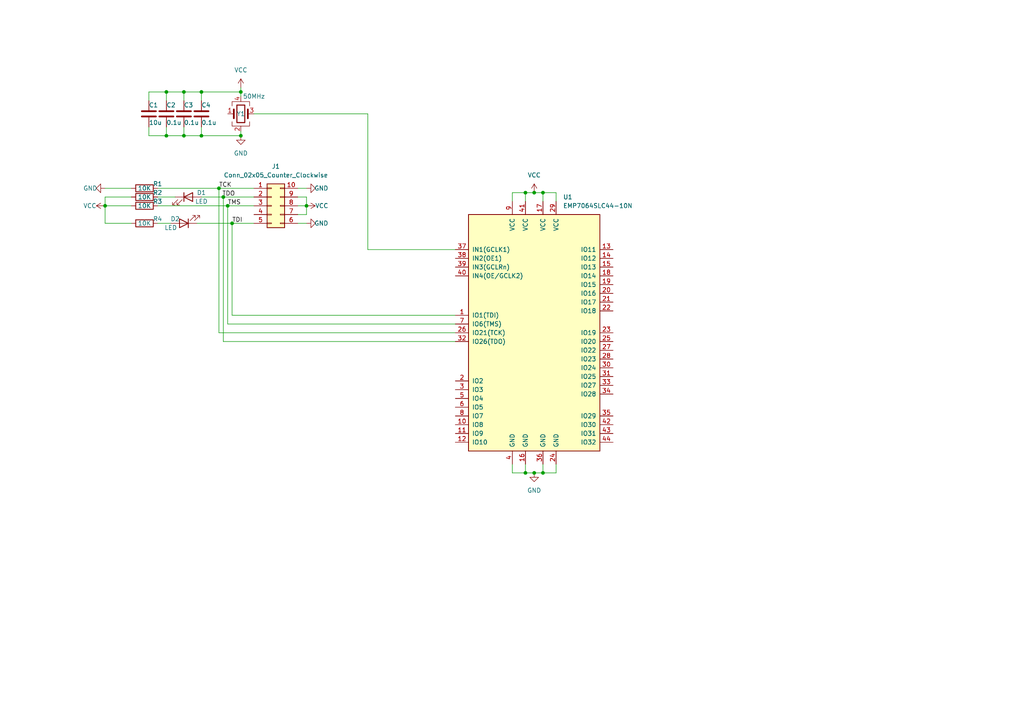
<source format=kicad_sch>
(kicad_sch (version 20230121) (generator eeschema)

  (uuid 499efe1e-bee1-4cb4-9c3f-b4122dd0ea2d)

  (paper "A4")

  (lib_symbols
    (symbol "Altera_CPLD:EMP7064SLC44-10N" (pin_names (offset 1.016)) (in_bom yes) (on_board yes)
      (property "Reference" "U" (at 0 12.7 0)
        (effects (font (size 1.27 1.27)) (justify left))
      )
      (property "Value" "EMP7064SLC44-10N" (at -8.89 10.16 0)
        (effects (font (size 1.27 1.27)) (justify left))
      )
      (property "Footprint" "Package_LCC:PLCC-44_THT-Socket" (at 0 0 0)
        (effects (font (size 1.27 1.27) italic) hide)
      )
      (property "Datasheet" "" (at 0 0 0)
        (effects (font (size 1.27 1.27)) hide)
      )
      (property "ki_description" "TQFP44" (at 0 0 0)
        (effects (font (size 1.27 1.27)) hide)
      )
      (property "ki_fp_filters" "TQFP*" (at 0 0 0)
        (effects (font (size 1.27 1.27)) hide)
      )
      (symbol "EMP7064SLC44-10N_0_0"
        (pin passive line (at -2.54 38.1 270) (length 3.81)
          (name "VCC" (effects (font (size 1.27 1.27))))
          (number "41" (effects (font (size 1.27 1.27))))
        )
        (pin bidirectional line (at 22.86 -26.67 180) (length 3.81)
          (name "IO30" (effects (font (size 1.27 1.27))))
          (number "42" (effects (font (size 1.27 1.27))))
        )
        (pin bidirectional line (at 22.86 -29.21 180) (length 3.81)
          (name "IO31" (effects (font (size 1.27 1.27))))
          (number "43" (effects (font (size 1.27 1.27))))
        )
        (pin bidirectional line (at 22.86 -31.75 180) (length 3.81)
          (name "IO32" (effects (font (size 1.27 1.27))))
          (number "44" (effects (font (size 1.27 1.27))))
        )
      )
      (symbol "EMP7064SLC44-10N_0_1"
        (rectangle (start -19.05 -34.29) (end 19.05 34.29)
          (stroke (width 0.254) (type default))
          (fill (type background))
        )
      )
      (symbol "EMP7064SLC44-10N_1_1"
        (pin bidirectional line (at -22.86 5.08 0) (length 3.81)
          (name "IO1(TDI)" (effects (font (size 1.27 1.27))))
          (number "1" (effects (font (size 1.27 1.27))))
        )
        (pin bidirectional line (at -22.86 -26.67 0) (length 3.81)
          (name "IO8" (effects (font (size 1.27 1.27))))
          (number "10" (effects (font (size 1.27 1.27))))
        )
        (pin bidirectional line (at -22.86 -29.21 0) (length 3.81)
          (name "IO9" (effects (font (size 1.27 1.27))))
          (number "11" (effects (font (size 1.27 1.27))))
        )
        (pin bidirectional line (at -22.86 -31.75 0) (length 3.81)
          (name "IO10" (effects (font (size 1.27 1.27))))
          (number "12" (effects (font (size 1.27 1.27))))
        )
        (pin bidirectional line (at 22.86 24.13 180) (length 3.81)
          (name "IO11" (effects (font (size 1.27 1.27))))
          (number "13" (effects (font (size 1.27 1.27))))
        )
        (pin bidirectional line (at 22.86 21.59 180) (length 3.81)
          (name "IO12" (effects (font (size 1.27 1.27))))
          (number "14" (effects (font (size 1.27 1.27))))
        )
        (pin bidirectional line (at 22.86 19.05 180) (length 3.81)
          (name "IO13" (effects (font (size 1.27 1.27))))
          (number "15" (effects (font (size 1.27 1.27))))
        )
        (pin power_in line (at -2.54 -38.1 90) (length 3.81)
          (name "GND" (effects (font (size 1.27 1.27))))
          (number "16" (effects (font (size 1.27 1.27))))
        )
        (pin power_in line (at 2.54 38.1 270) (length 3.81)
          (name "VCC" (effects (font (size 1.27 1.27))))
          (number "17" (effects (font (size 1.27 1.27))))
        )
        (pin bidirectional line (at 22.86 16.51 180) (length 3.81)
          (name "IO14" (effects (font (size 1.27 1.27))))
          (number "18" (effects (font (size 1.27 1.27))))
        )
        (pin bidirectional line (at 22.86 13.97 180) (length 3.81)
          (name "IO15" (effects (font (size 1.27 1.27))))
          (number "19" (effects (font (size 1.27 1.27))))
        )
        (pin bidirectional line (at -22.86 -13.97 0) (length 3.81)
          (name "IO2" (effects (font (size 1.27 1.27))))
          (number "2" (effects (font (size 1.27 1.27))))
        )
        (pin bidirectional line (at 22.86 11.43 180) (length 3.81)
          (name "IO16" (effects (font (size 1.27 1.27))))
          (number "20" (effects (font (size 1.27 1.27))))
        )
        (pin bidirectional line (at 22.86 8.89 180) (length 3.81)
          (name "IO17" (effects (font (size 1.27 1.27))))
          (number "21" (effects (font (size 1.27 1.27))))
        )
        (pin bidirectional line (at 22.86 6.35 180) (length 3.81)
          (name "IO18" (effects (font (size 1.27 1.27))))
          (number "22" (effects (font (size 1.27 1.27))))
        )
        (pin bidirectional line (at 22.86 0 180) (length 3.81)
          (name "IO19" (effects (font (size 1.27 1.27))))
          (number "23" (effects (font (size 1.27 1.27))))
        )
        (pin power_in line (at 6.35 -38.1 90) (length 3.81)
          (name "GND" (effects (font (size 1.27 1.27))))
          (number "24" (effects (font (size 1.27 1.27))))
        )
        (pin bidirectional line (at 22.86 -2.54 180) (length 3.81)
          (name "IO20" (effects (font (size 1.27 1.27))))
          (number "25" (effects (font (size 1.27 1.27))))
        )
        (pin bidirectional line (at -22.86 0 0) (length 3.81)
          (name "IO21(TCK)" (effects (font (size 1.27 1.27))))
          (number "26" (effects (font (size 1.27 1.27))))
        )
        (pin bidirectional line (at 22.86 -5.08 180) (length 3.81)
          (name "IO22" (effects (font (size 1.27 1.27))))
          (number "27" (effects (font (size 1.27 1.27))))
        )
        (pin bidirectional line (at 22.86 -7.62 180) (length 3.81)
          (name "IO23" (effects (font (size 1.27 1.27))))
          (number "28" (effects (font (size 1.27 1.27))))
        )
        (pin power_in line (at 6.35 38.1 270) (length 3.81)
          (name "VCC" (effects (font (size 1.27 1.27))))
          (number "29" (effects (font (size 1.27 1.27))))
        )
        (pin bidirectional line (at -22.86 -16.51 0) (length 3.81)
          (name "IO3" (effects (font (size 1.27 1.27))))
          (number "3" (effects (font (size 1.27 1.27))))
        )
        (pin bidirectional line (at 22.86 -10.16 180) (length 3.81)
          (name "IO24" (effects (font (size 1.27 1.27))))
          (number "30" (effects (font (size 1.27 1.27))))
        )
        (pin bidirectional line (at 22.86 -12.7 180) (length 3.81)
          (name "IO25" (effects (font (size 1.27 1.27))))
          (number "31" (effects (font (size 1.27 1.27))))
        )
        (pin bidirectional line (at -22.86 -2.54 0) (length 3.81)
          (name "IO26(TDO)" (effects (font (size 1.27 1.27))))
          (number "32" (effects (font (size 1.27 1.27))))
        )
        (pin bidirectional line (at 22.86 -15.24 180) (length 3.81)
          (name "IO27" (effects (font (size 1.27 1.27))))
          (number "33" (effects (font (size 1.27 1.27))))
        )
        (pin bidirectional line (at 22.86 -17.78 180) (length 3.81)
          (name "IO28" (effects (font (size 1.27 1.27))))
          (number "34" (effects (font (size 1.27 1.27))))
        )
        (pin bidirectional line (at 22.86 -24.13 180) (length 3.81)
          (name "IO29" (effects (font (size 1.27 1.27))))
          (number "35" (effects (font (size 1.27 1.27))))
        )
        (pin bidirectional line (at 2.54 -38.1 90) (length 3.81)
          (name "GND" (effects (font (size 1.27 1.27))))
          (number "36" (effects (font (size 1.27 1.27))))
        )
        (pin input line (at -22.86 24.13 0) (length 3.81)
          (name "IN1(GCLK1)" (effects (font (size 1.27 1.27))))
          (number "37" (effects (font (size 1.27 1.27))))
        )
        (pin input line (at -22.86 21.59 0) (length 3.81)
          (name "IN2(OE1)" (effects (font (size 1.27 1.27))))
          (number "38" (effects (font (size 1.27 1.27))))
        )
        (pin input line (at -22.86 19.05 0) (length 3.81)
          (name "IN3(GCLRn)" (effects (font (size 1.27 1.27))))
          (number "39" (effects (font (size 1.27 1.27))))
        )
        (pin power_in line (at -6.35 -38.1 90) (length 3.81)
          (name "GND" (effects (font (size 1.27 1.27))))
          (number "4" (effects (font (size 1.27 1.27))))
        )
        (pin input line (at -22.86 16.51 0) (length 3.81)
          (name "IN4(OE/GCLK2)" (effects (font (size 1.27 1.27))))
          (number "40" (effects (font (size 1.27 1.27))))
        )
        (pin bidirectional line (at -22.86 -19.05 0) (length 3.81)
          (name "IO4" (effects (font (size 1.27 1.27))))
          (number "5" (effects (font (size 1.27 1.27))))
        )
        (pin bidirectional line (at -22.86 -21.59 0) (length 3.81)
          (name "IO5" (effects (font (size 1.27 1.27))))
          (number "6" (effects (font (size 1.27 1.27))))
        )
        (pin bidirectional line (at -22.86 2.54 0) (length 3.81)
          (name "IO6(TMS)" (effects (font (size 1.27 1.27))))
          (number "7" (effects (font (size 1.27 1.27))))
        )
        (pin bidirectional line (at -22.86 -24.13 0) (length 3.81)
          (name "IO7" (effects (font (size 1.27 1.27))))
          (number "8" (effects (font (size 1.27 1.27))))
        )
        (pin power_in line (at -6.35 38.1 270) (length 3.81)
          (name "VCC" (effects (font (size 1.27 1.27))))
          (number "9" (effects (font (size 1.27 1.27))))
        )
      )
    )
    (symbol "Connector_Generic:Conn_02x05_Counter_Clockwise" (pin_names (offset 1.016) hide) (in_bom yes) (on_board yes)
      (property "Reference" "J" (at 1.27 7.62 0)
        (effects (font (size 1.27 1.27)))
      )
      (property "Value" "Conn_02x05_Counter_Clockwise" (at 1.27 -7.62 0)
        (effects (font (size 1.27 1.27)))
      )
      (property "Footprint" "" (at 0 0 0)
        (effects (font (size 1.27 1.27)) hide)
      )
      (property "Datasheet" "~" (at 0 0 0)
        (effects (font (size 1.27 1.27)) hide)
      )
      (property "ki_keywords" "connector" (at 0 0 0)
        (effects (font (size 1.27 1.27)) hide)
      )
      (property "ki_description" "Generic connector, double row, 02x05, counter clockwise pin numbering scheme (similar to DIP packge numbering), script generated (kicad-library-utils/schlib/autogen/connector/)" (at 0 0 0)
        (effects (font (size 1.27 1.27)) hide)
      )
      (property "ki_fp_filters" "Connector*:*_2x??_*" (at 0 0 0)
        (effects (font (size 1.27 1.27)) hide)
      )
      (symbol "Conn_02x05_Counter_Clockwise_1_1"
        (rectangle (start -1.27 -4.953) (end 0 -5.207)
          (stroke (width 0.1524) (type default))
          (fill (type none))
        )
        (rectangle (start -1.27 -2.413) (end 0 -2.667)
          (stroke (width 0.1524) (type default))
          (fill (type none))
        )
        (rectangle (start -1.27 0.127) (end 0 -0.127)
          (stroke (width 0.1524) (type default))
          (fill (type none))
        )
        (rectangle (start -1.27 2.667) (end 0 2.413)
          (stroke (width 0.1524) (type default))
          (fill (type none))
        )
        (rectangle (start -1.27 5.207) (end 0 4.953)
          (stroke (width 0.1524) (type default))
          (fill (type none))
        )
        (rectangle (start -1.27 6.35) (end 3.81 -6.35)
          (stroke (width 0.254) (type default))
          (fill (type background))
        )
        (rectangle (start 3.81 -4.953) (end 2.54 -5.207)
          (stroke (width 0.1524) (type default))
          (fill (type none))
        )
        (rectangle (start 3.81 -2.413) (end 2.54 -2.667)
          (stroke (width 0.1524) (type default))
          (fill (type none))
        )
        (rectangle (start 3.81 0.127) (end 2.54 -0.127)
          (stroke (width 0.1524) (type default))
          (fill (type none))
        )
        (rectangle (start 3.81 2.667) (end 2.54 2.413)
          (stroke (width 0.1524) (type default))
          (fill (type none))
        )
        (rectangle (start 3.81 5.207) (end 2.54 4.953)
          (stroke (width 0.1524) (type default))
          (fill (type none))
        )
        (pin passive line (at -5.08 5.08 0) (length 3.81)
          (name "Pin_1" (effects (font (size 1.27 1.27))))
          (number "1" (effects (font (size 1.27 1.27))))
        )
        (pin passive line (at 7.62 5.08 180) (length 3.81)
          (name "Pin_10" (effects (font (size 1.27 1.27))))
          (number "10" (effects (font (size 1.27 1.27))))
        )
        (pin passive line (at -5.08 2.54 0) (length 3.81)
          (name "Pin_2" (effects (font (size 1.27 1.27))))
          (number "2" (effects (font (size 1.27 1.27))))
        )
        (pin passive line (at -5.08 0 0) (length 3.81)
          (name "Pin_3" (effects (font (size 1.27 1.27))))
          (number "3" (effects (font (size 1.27 1.27))))
        )
        (pin passive line (at -5.08 -2.54 0) (length 3.81)
          (name "Pin_4" (effects (font (size 1.27 1.27))))
          (number "4" (effects (font (size 1.27 1.27))))
        )
        (pin passive line (at -5.08 -5.08 0) (length 3.81)
          (name "Pin_5" (effects (font (size 1.27 1.27))))
          (number "5" (effects (font (size 1.27 1.27))))
        )
        (pin passive line (at 7.62 -5.08 180) (length 3.81)
          (name "Pin_6" (effects (font (size 1.27 1.27))))
          (number "6" (effects (font (size 1.27 1.27))))
        )
        (pin passive line (at 7.62 -2.54 180) (length 3.81)
          (name "Pin_7" (effects (font (size 1.27 1.27))))
          (number "7" (effects (font (size 1.27 1.27))))
        )
        (pin passive line (at 7.62 0 180) (length 3.81)
          (name "Pin_8" (effects (font (size 1.27 1.27))))
          (number "8" (effects (font (size 1.27 1.27))))
        )
        (pin passive line (at 7.62 2.54 180) (length 3.81)
          (name "Pin_9" (effects (font (size 1.27 1.27))))
          (number "9" (effects (font (size 1.27 1.27))))
        )
      )
    )
    (symbol "Device:C" (pin_numbers hide) (pin_names (offset 0.254)) (in_bom yes) (on_board yes)
      (property "Reference" "C" (at 0.635 2.54 0)
        (effects (font (size 1.27 1.27)) (justify left))
      )
      (property "Value" "C" (at 0.635 -2.54 0)
        (effects (font (size 1.27 1.27)) (justify left))
      )
      (property "Footprint" "" (at 0.9652 -3.81 0)
        (effects (font (size 1.27 1.27)) hide)
      )
      (property "Datasheet" "~" (at 0 0 0)
        (effects (font (size 1.27 1.27)) hide)
      )
      (property "ki_keywords" "cap capacitor" (at 0 0 0)
        (effects (font (size 1.27 1.27)) hide)
      )
      (property "ki_description" "Unpolarized capacitor" (at 0 0 0)
        (effects (font (size 1.27 1.27)) hide)
      )
      (property "ki_fp_filters" "C_*" (at 0 0 0)
        (effects (font (size 1.27 1.27)) hide)
      )
      (symbol "C_0_1"
        (polyline
          (pts
            (xy -2.032 -0.762)
            (xy 2.032 -0.762)
          )
          (stroke (width 0.508) (type default))
          (fill (type none))
        )
        (polyline
          (pts
            (xy -2.032 0.762)
            (xy 2.032 0.762)
          )
          (stroke (width 0.508) (type default))
          (fill (type none))
        )
      )
      (symbol "C_1_1"
        (pin passive line (at 0 3.81 270) (length 2.794)
          (name "~" (effects (font (size 1.27 1.27))))
          (number "1" (effects (font (size 1.27 1.27))))
        )
        (pin passive line (at 0 -3.81 90) (length 2.794)
          (name "~" (effects (font (size 1.27 1.27))))
          (number "2" (effects (font (size 1.27 1.27))))
        )
      )
    )
    (symbol "Device:Crystal_GND24" (pin_names (offset 1.016) hide) (in_bom yes) (on_board yes)
      (property "Reference" "Y" (at 3.175 5.08 0)
        (effects (font (size 1.27 1.27)) (justify left))
      )
      (property "Value" "Crystal_GND24" (at 3.175 3.175 0)
        (effects (font (size 1.27 1.27)) (justify left))
      )
      (property "Footprint" "" (at 0 0 0)
        (effects (font (size 1.27 1.27)) hide)
      )
      (property "Datasheet" "~" (at 0 0 0)
        (effects (font (size 1.27 1.27)) hide)
      )
      (property "ki_keywords" "quartz ceramic resonator oscillator" (at 0 0 0)
        (effects (font (size 1.27 1.27)) hide)
      )
      (property "ki_description" "Four pin crystal, GND on pins 2 and 4" (at 0 0 0)
        (effects (font (size 1.27 1.27)) hide)
      )
      (property "ki_fp_filters" "Crystal*" (at 0 0 0)
        (effects (font (size 1.27 1.27)) hide)
      )
      (symbol "Crystal_GND24_0_1"
        (rectangle (start -1.143 2.54) (end 1.143 -2.54)
          (stroke (width 0.3048) (type default))
          (fill (type none))
        )
        (polyline
          (pts
            (xy -2.54 0)
            (xy -2.032 0)
          )
          (stroke (width 0) (type default))
          (fill (type none))
        )
        (polyline
          (pts
            (xy -2.032 -1.27)
            (xy -2.032 1.27)
          )
          (stroke (width 0.508) (type default))
          (fill (type none))
        )
        (polyline
          (pts
            (xy 0 -3.81)
            (xy 0 -3.556)
          )
          (stroke (width 0) (type default))
          (fill (type none))
        )
        (polyline
          (pts
            (xy 0 3.556)
            (xy 0 3.81)
          )
          (stroke (width 0) (type default))
          (fill (type none))
        )
        (polyline
          (pts
            (xy 2.032 -1.27)
            (xy 2.032 1.27)
          )
          (stroke (width 0.508) (type default))
          (fill (type none))
        )
        (polyline
          (pts
            (xy 2.032 0)
            (xy 2.54 0)
          )
          (stroke (width 0) (type default))
          (fill (type none))
        )
        (polyline
          (pts
            (xy -2.54 -2.286)
            (xy -2.54 -3.556)
            (xy 2.54 -3.556)
            (xy 2.54 -2.286)
          )
          (stroke (width 0) (type default))
          (fill (type none))
        )
        (polyline
          (pts
            (xy -2.54 2.286)
            (xy -2.54 3.556)
            (xy 2.54 3.556)
            (xy 2.54 2.286)
          )
          (stroke (width 0) (type default))
          (fill (type none))
        )
      )
      (symbol "Crystal_GND24_1_1"
        (pin passive line (at -3.81 0 0) (length 1.27)
          (name "1" (effects (font (size 1.27 1.27))))
          (number "1" (effects (font (size 1.27 1.27))))
        )
        (pin passive line (at 0 5.08 270) (length 1.27)
          (name "2" (effects (font (size 1.27 1.27))))
          (number "2" (effects (font (size 1.27 1.27))))
        )
        (pin passive line (at 3.81 0 180) (length 1.27)
          (name "3" (effects (font (size 1.27 1.27))))
          (number "3" (effects (font (size 1.27 1.27))))
        )
        (pin passive line (at 0 -5.08 90) (length 1.27)
          (name "4" (effects (font (size 1.27 1.27))))
          (number "4" (effects (font (size 1.27 1.27))))
        )
      )
    )
    (symbol "Device:LED" (pin_numbers hide) (pin_names (offset 1.016) hide) (in_bom yes) (on_board yes)
      (property "Reference" "D" (at 0 2.54 0)
        (effects (font (size 1.27 1.27)))
      )
      (property "Value" "LED" (at 0 -2.54 0)
        (effects (font (size 1.27 1.27)))
      )
      (property "Footprint" "" (at 0 0 0)
        (effects (font (size 1.27 1.27)) hide)
      )
      (property "Datasheet" "~" (at 0 0 0)
        (effects (font (size 1.27 1.27)) hide)
      )
      (property "ki_keywords" "LED diode" (at 0 0 0)
        (effects (font (size 1.27 1.27)) hide)
      )
      (property "ki_description" "Light emitting diode" (at 0 0 0)
        (effects (font (size 1.27 1.27)) hide)
      )
      (property "ki_fp_filters" "LED* LED_SMD:* LED_THT:*" (at 0 0 0)
        (effects (font (size 1.27 1.27)) hide)
      )
      (symbol "LED_0_1"
        (polyline
          (pts
            (xy -1.27 -1.27)
            (xy -1.27 1.27)
          )
          (stroke (width 0.254) (type default))
          (fill (type none))
        )
        (polyline
          (pts
            (xy -1.27 0)
            (xy 1.27 0)
          )
          (stroke (width 0) (type default))
          (fill (type none))
        )
        (polyline
          (pts
            (xy 1.27 -1.27)
            (xy 1.27 1.27)
            (xy -1.27 0)
            (xy 1.27 -1.27)
          )
          (stroke (width 0.254) (type default))
          (fill (type none))
        )
        (polyline
          (pts
            (xy -3.048 -0.762)
            (xy -4.572 -2.286)
            (xy -3.81 -2.286)
            (xy -4.572 -2.286)
            (xy -4.572 -1.524)
          )
          (stroke (width 0) (type default))
          (fill (type none))
        )
        (polyline
          (pts
            (xy -1.778 -0.762)
            (xy -3.302 -2.286)
            (xy -2.54 -2.286)
            (xy -3.302 -2.286)
            (xy -3.302 -1.524)
          )
          (stroke (width 0) (type default))
          (fill (type none))
        )
      )
      (symbol "LED_1_1"
        (pin passive line (at -3.81 0 0) (length 2.54)
          (name "K" (effects (font (size 1.27 1.27))))
          (number "1" (effects (font (size 1.27 1.27))))
        )
        (pin passive line (at 3.81 0 180) (length 2.54)
          (name "A" (effects (font (size 1.27 1.27))))
          (number "2" (effects (font (size 1.27 1.27))))
        )
      )
    )
    (symbol "Device:R" (pin_numbers hide) (pin_names (offset 0)) (in_bom yes) (on_board yes)
      (property "Reference" "R" (at 2.032 0 90)
        (effects (font (size 1.27 1.27)))
      )
      (property "Value" "R" (at 0 0 90)
        (effects (font (size 1.27 1.27)))
      )
      (property "Footprint" "" (at -1.778 0 90)
        (effects (font (size 1.27 1.27)) hide)
      )
      (property "Datasheet" "~" (at 0 0 0)
        (effects (font (size 1.27 1.27)) hide)
      )
      (property "ki_keywords" "R res resistor" (at 0 0 0)
        (effects (font (size 1.27 1.27)) hide)
      )
      (property "ki_description" "Resistor" (at 0 0 0)
        (effects (font (size 1.27 1.27)) hide)
      )
      (property "ki_fp_filters" "R_*" (at 0 0 0)
        (effects (font (size 1.27 1.27)) hide)
      )
      (symbol "R_0_1"
        (rectangle (start -1.016 -2.54) (end 1.016 2.54)
          (stroke (width 0.254) (type default))
          (fill (type none))
        )
      )
      (symbol "R_1_1"
        (pin passive line (at 0 3.81 270) (length 1.27)
          (name "~" (effects (font (size 1.27 1.27))))
          (number "1" (effects (font (size 1.27 1.27))))
        )
        (pin passive line (at 0 -3.81 90) (length 1.27)
          (name "~" (effects (font (size 1.27 1.27))))
          (number "2" (effects (font (size 1.27 1.27))))
        )
      )
    )
    (symbol "power:GND" (power) (pin_names (offset 0)) (in_bom yes) (on_board yes)
      (property "Reference" "#PWR" (at 0 -6.35 0)
        (effects (font (size 1.27 1.27)) hide)
      )
      (property "Value" "GND" (at 0 -3.81 0)
        (effects (font (size 1.27 1.27)))
      )
      (property "Footprint" "" (at 0 0 0)
        (effects (font (size 1.27 1.27)) hide)
      )
      (property "Datasheet" "" (at 0 0 0)
        (effects (font (size 1.27 1.27)) hide)
      )
      (property "ki_keywords" "power-flag" (at 0 0 0)
        (effects (font (size 1.27 1.27)) hide)
      )
      (property "ki_description" "Power symbol creates a global label with name \"GND\" , ground" (at 0 0 0)
        (effects (font (size 1.27 1.27)) hide)
      )
      (symbol "GND_0_1"
        (polyline
          (pts
            (xy 0 0)
            (xy 0 -1.27)
            (xy 1.27 -1.27)
            (xy 0 -2.54)
            (xy -1.27 -1.27)
            (xy 0 -1.27)
          )
          (stroke (width 0) (type default))
          (fill (type none))
        )
      )
      (symbol "GND_1_1"
        (pin power_in line (at 0 0 270) (length 0) hide
          (name "GND" (effects (font (size 1.27 1.27))))
          (number "1" (effects (font (size 1.27 1.27))))
        )
      )
    )
    (symbol "power:VCC" (power) (pin_names (offset 0)) (in_bom yes) (on_board yes)
      (property "Reference" "#PWR" (at 0 -3.81 0)
        (effects (font (size 1.27 1.27)) hide)
      )
      (property "Value" "VCC" (at 0 3.81 0)
        (effects (font (size 1.27 1.27)))
      )
      (property "Footprint" "" (at 0 0 0)
        (effects (font (size 1.27 1.27)) hide)
      )
      (property "Datasheet" "" (at 0 0 0)
        (effects (font (size 1.27 1.27)) hide)
      )
      (property "ki_keywords" "power-flag" (at 0 0 0)
        (effects (font (size 1.27 1.27)) hide)
      )
      (property "ki_description" "Power symbol creates a global label with name \"VCC\"" (at 0 0 0)
        (effects (font (size 1.27 1.27)) hide)
      )
      (symbol "VCC_0_1"
        (polyline
          (pts
            (xy -0.762 1.27)
            (xy 0 2.54)
          )
          (stroke (width 0) (type default))
          (fill (type none))
        )
        (polyline
          (pts
            (xy 0 0)
            (xy 0 2.54)
          )
          (stroke (width 0) (type default))
          (fill (type none))
        )
        (polyline
          (pts
            (xy 0 2.54)
            (xy 0.762 1.27)
          )
          (stroke (width 0) (type default))
          (fill (type none))
        )
      )
      (symbol "VCC_1_1"
        (pin power_in line (at 0 0 90) (length 0) hide
          (name "VCC" (effects (font (size 1.27 1.27))))
          (number "1" (effects (font (size 1.27 1.27))))
        )
      )
    )
  )

  (junction (at 53.34 26.67) (diameter 0) (color 0 0 0 0)
    (uuid 212c38e9-3103-4f00-b512-624db19fdf2f)
  )
  (junction (at 58.42 39.37) (diameter 0) (color 0 0 0 0)
    (uuid 25f8f916-30ea-40e6-8a65-2bbdea4e6bd0)
  )
  (junction (at 58.42 26.67) (diameter 0) (color 0 0 0 0)
    (uuid 307bc285-3717-44d8-b1a8-e640f45b629b)
  )
  (junction (at 48.26 26.67) (diameter 0) (color 0 0 0 0)
    (uuid 315ee3de-eb80-4ba5-a774-cd20d5bc5e54)
  )
  (junction (at 157.48 55.88) (diameter 0) (color 0 0 0 0)
    (uuid 37f83767-de37-44b6-a3d2-53be532e5f49)
  )
  (junction (at 53.34 39.37) (diameter 0) (color 0 0 0 0)
    (uuid 45763368-b9d8-4641-b53e-53e224ea36b3)
  )
  (junction (at 67.31 64.77) (diameter 0) (color 0 0 0 0)
    (uuid 45b2a557-d210-4401-93ad-b608ee31691b)
  )
  (junction (at 154.94 137.16) (diameter 0) (color 0 0 0 0)
    (uuid 48cf8e19-75f1-4e74-bdf7-fc50d812f5a8)
  )
  (junction (at 66.04 59.69) (diameter 0) (color 0 0 0 0)
    (uuid 5cbae0f8-55d8-45e5-ba50-86a181b8f92b)
  )
  (junction (at 152.4 55.88) (diameter 0) (color 0 0 0 0)
    (uuid 605690e4-abf3-4a89-8979-477e4cc70ac4)
  )
  (junction (at 48.26 39.37) (diameter 0) (color 0 0 0 0)
    (uuid 6b42776a-5b03-4da5-a36f-12c23935cc53)
  )
  (junction (at 157.48 137.16) (diameter 0) (color 0 0 0 0)
    (uuid 99437313-f747-49a1-8046-0755efbbd4a2)
  )
  (junction (at 63.5 54.61) (diameter 0) (color 0 0 0 0)
    (uuid a30843ae-dd3d-4a6f-b3a8-6a0428ce6bbe)
  )
  (junction (at 88.9 59.69) (diameter 0) (color 0 0 0 0)
    (uuid ab3a819a-1add-4ecc-8e24-8953335d99ca)
  )
  (junction (at 152.4 137.16) (diameter 0) (color 0 0 0 0)
    (uuid b73f4d26-63f3-40a1-a90e-d4542617444f)
  )
  (junction (at 69.85 39.37) (diameter 0) (color 0 0 0 0)
    (uuid c69df5a2-b32c-4f2f-919a-282608d29892)
  )
  (junction (at 30.48 59.69) (diameter 0) (color 0 0 0 0)
    (uuid ca3a5ea3-1824-473c-87a9-08630724a3b9)
  )
  (junction (at 69.85 26.67) (diameter 0) (color 0 0 0 0)
    (uuid d26a98ed-8c7f-43dc-815d-1f7a0d24c1f3)
  )
  (junction (at 64.77 57.15) (diameter 0) (color 0 0 0 0)
    (uuid e9a928b1-c811-4d0c-8646-9880097037a1)
  )
  (junction (at 154.94 55.88) (diameter 0) (color 0 0 0 0)
    (uuid f3e7eaf5-f250-4798-8f7b-430dac8db899)
  )

  (wire (pts (xy 38.1 57.15) (xy 30.48 57.15))
    (stroke (width 0) (type default))
    (uuid 01c0837f-75bb-4087-88f5-f0f483e35eb7)
  )
  (wire (pts (xy 67.31 91.44) (xy 67.31 64.77))
    (stroke (width 0) (type default))
    (uuid 04b74529-d3e7-4ffb-8ce8-e764d3b49a8d)
  )
  (wire (pts (xy 148.59 137.16) (xy 152.4 137.16))
    (stroke (width 0) (type default))
    (uuid 091b1953-4908-4dfe-a793-951d661617d4)
  )
  (wire (pts (xy 157.48 55.88) (xy 154.94 55.88))
    (stroke (width 0) (type default))
    (uuid 0da52270-6abc-4a22-be08-de208fad2131)
  )
  (wire (pts (xy 69.85 39.37) (xy 69.85 38.1))
    (stroke (width 0) (type default))
    (uuid 12f6a3fa-28aa-42ab-8298-c10c1ea055f7)
  )
  (wire (pts (xy 30.48 54.61) (xy 38.1 54.61))
    (stroke (width 0) (type default))
    (uuid 1e1a1be2-8d95-4a00-bbfb-849e5e3d9f86)
  )
  (wire (pts (xy 30.48 59.69) (xy 38.1 59.69))
    (stroke (width 0) (type default))
    (uuid 2032ef44-20a2-40eb-aa80-5effeea1453b)
  )
  (wire (pts (xy 86.36 64.77) (xy 88.9 64.77))
    (stroke (width 0) (type default))
    (uuid 23225eff-0b97-438d-bb3d-75df9d983401)
  )
  (wire (pts (xy 53.34 39.37) (xy 58.42 39.37))
    (stroke (width 0) (type default))
    (uuid 2d9362f4-1224-4e38-b1ff-bd2510ec38c1)
  )
  (wire (pts (xy 73.66 54.61) (xy 63.5 54.61))
    (stroke (width 0) (type default))
    (uuid 2dec3251-19a6-48e2-9f15-4748bfb9c076)
  )
  (wire (pts (xy 30.48 59.69) (xy 30.48 64.77))
    (stroke (width 0) (type default))
    (uuid 2f5f23fa-f5df-455f-855c-ce562a614003)
  )
  (wire (pts (xy 106.68 33.02) (xy 106.68 72.39))
    (stroke (width 0) (type default))
    (uuid 37a23aa7-860e-428b-840b-5720caacc774)
  )
  (wire (pts (xy 157.48 137.16) (xy 154.94 137.16))
    (stroke (width 0) (type default))
    (uuid 3d04bc2e-a0fe-45ab-9d9d-40e03d421d46)
  )
  (wire (pts (xy 73.66 33.02) (xy 106.68 33.02))
    (stroke (width 0) (type default))
    (uuid 4b925222-ef3c-4c1c-be3a-c6787f1e859d)
  )
  (wire (pts (xy 58.42 26.67) (xy 58.42 29.21))
    (stroke (width 0) (type default))
    (uuid 4de58b7f-cc38-455f-956d-2e78e228c667)
  )
  (wire (pts (xy 53.34 39.37) (xy 53.34 36.83))
    (stroke (width 0) (type default))
    (uuid 580c30a2-6fe7-44c2-bb63-ca13277ce0e9)
  )
  (wire (pts (xy 148.59 58.42) (xy 148.59 55.88))
    (stroke (width 0) (type default))
    (uuid 59927657-ee18-4d39-a524-508527bc8d5e)
  )
  (wire (pts (xy 45.72 59.69) (xy 66.04 59.69))
    (stroke (width 0) (type default))
    (uuid 5a8abff9-77c6-4183-8742-28352fbf456b)
  )
  (wire (pts (xy 53.34 26.67) (xy 53.34 29.21))
    (stroke (width 0) (type default))
    (uuid 5f61df10-1db8-4caa-9885-30a1f61a51f4)
  )
  (wire (pts (xy 48.26 26.67) (xy 53.34 26.67))
    (stroke (width 0) (type default))
    (uuid 609bbe31-9ee8-4589-bf2c-29571146efcc)
  )
  (wire (pts (xy 38.1 64.77) (xy 30.48 64.77))
    (stroke (width 0) (type default))
    (uuid 6189d5af-7de6-445a-8d52-18bafe86342c)
  )
  (wire (pts (xy 66.04 93.98) (xy 66.04 59.69))
    (stroke (width 0) (type default))
    (uuid 6227cc9d-f8a5-4253-b3f9-db7a150f95f6)
  )
  (wire (pts (xy 58.42 26.67) (xy 69.85 26.67))
    (stroke (width 0) (type default))
    (uuid 62d40fc6-0335-4fe0-b522-7ee67830b269)
  )
  (wire (pts (xy 152.4 134.62) (xy 152.4 137.16))
    (stroke (width 0) (type default))
    (uuid 663e0d2e-1a99-4ba8-b712-73712bd6e6b9)
  )
  (wire (pts (xy 43.18 39.37) (xy 48.26 39.37))
    (stroke (width 0) (type default))
    (uuid 6b38a6d4-d765-435f-aefd-793a49230100)
  )
  (wire (pts (xy 67.31 64.77) (xy 73.66 64.77))
    (stroke (width 0) (type default))
    (uuid 76bfa665-d9af-4b87-9f67-b8e55ad313db)
  )
  (wire (pts (xy 69.85 27.94) (xy 69.85 26.67))
    (stroke (width 0) (type default))
    (uuid 76f1a218-a676-45d7-b316-9bdce4d9a6aa)
  )
  (wire (pts (xy 66.04 59.69) (xy 73.66 59.69))
    (stroke (width 0) (type default))
    (uuid 78718ec4-63fe-49cf-b1dd-13431379747c)
  )
  (wire (pts (xy 45.72 64.77) (xy 49.53 64.77))
    (stroke (width 0) (type default))
    (uuid 7d552f08-77d2-4fb4-bf42-16624d716664)
  )
  (wire (pts (xy 45.72 57.15) (xy 50.8 57.15))
    (stroke (width 0) (type default))
    (uuid 7ee94406-b512-428f-b26b-108f6a0432d1)
  )
  (wire (pts (xy 86.36 59.69) (xy 88.9 59.69))
    (stroke (width 0) (type default))
    (uuid 7eeb68e8-2cc7-4d61-93cc-68281a8aacc7)
  )
  (wire (pts (xy 64.77 57.15) (xy 73.66 57.15))
    (stroke (width 0) (type default))
    (uuid 81b3ba6b-ddac-4560-9dca-2b1d89449c30)
  )
  (wire (pts (xy 58.42 57.15) (xy 64.77 57.15))
    (stroke (width 0) (type default))
    (uuid 820b9c3b-6371-46ee-8b82-13f9d264fc5b)
  )
  (wire (pts (xy 132.08 93.98) (xy 66.04 93.98))
    (stroke (width 0) (type default))
    (uuid 8388fe32-e594-444b-8a10-cb2093de378e)
  )
  (wire (pts (xy 161.29 134.62) (xy 161.29 137.16))
    (stroke (width 0) (type default))
    (uuid 848d5644-ee4b-4aa1-b576-7cc793ac902f)
  )
  (wire (pts (xy 148.59 134.62) (xy 148.59 137.16))
    (stroke (width 0) (type default))
    (uuid 85172a37-680c-46a5-acc6-6c20c6047270)
  )
  (wire (pts (xy 132.08 99.06) (xy 64.77 99.06))
    (stroke (width 0) (type default))
    (uuid 864a284e-7c57-42d9-929a-61bbd8835540)
  )
  (wire (pts (xy 157.48 55.88) (xy 157.48 58.42))
    (stroke (width 0) (type default))
    (uuid 8bf5a40c-327c-4735-bb28-0b2fbc5d9c95)
  )
  (wire (pts (xy 88.9 59.69) (xy 88.9 62.23))
    (stroke (width 0) (type default))
    (uuid 9b0d9ea8-40a6-49ed-9238-d439fb3ded85)
  )
  (wire (pts (xy 161.29 137.16) (xy 157.48 137.16))
    (stroke (width 0) (type default))
    (uuid 9c5d3496-cee9-432b-8fa8-78405eba1f45)
  )
  (wire (pts (xy 106.68 72.39) (xy 132.08 72.39))
    (stroke (width 0) (type default))
    (uuid 9d84142a-e5f9-4a67-a193-213e4770f847)
  )
  (wire (pts (xy 88.9 62.23) (xy 86.36 62.23))
    (stroke (width 0) (type default))
    (uuid 9e4d22c5-0974-43bc-8e27-0a580f5d6233)
  )
  (wire (pts (xy 43.18 36.83) (xy 43.18 39.37))
    (stroke (width 0) (type default))
    (uuid a4fb4580-960b-4212-9b36-356307e1dc29)
  )
  (wire (pts (xy 64.77 99.06) (xy 64.77 57.15))
    (stroke (width 0) (type default))
    (uuid a5fdd757-cba1-4e24-a1e8-54682082d498)
  )
  (wire (pts (xy 88.9 57.15) (xy 88.9 59.69))
    (stroke (width 0) (type default))
    (uuid a7cd5782-e619-4f6f-8c74-41c53d5164db)
  )
  (wire (pts (xy 152.4 137.16) (xy 154.94 137.16))
    (stroke (width 0) (type default))
    (uuid a84f575c-dd2c-4774-908b-043b7c23cfd3)
  )
  (wire (pts (xy 152.4 55.88) (xy 154.94 55.88))
    (stroke (width 0) (type default))
    (uuid a9641286-d4e2-40d6-909b-63f604f1208a)
  )
  (wire (pts (xy 86.36 54.61) (xy 88.9 54.61))
    (stroke (width 0) (type default))
    (uuid ab111bc9-28ed-4b39-9a32-5891157076d5)
  )
  (wire (pts (xy 53.34 26.67) (xy 58.42 26.67))
    (stroke (width 0) (type default))
    (uuid ae925f16-f40c-4d1f-adf0-0028f95d052d)
  )
  (wire (pts (xy 48.26 26.67) (xy 48.26 29.21))
    (stroke (width 0) (type default))
    (uuid af338ada-ff35-495d-8677-3385e8ea0c28)
  )
  (wire (pts (xy 45.72 54.61) (xy 63.5 54.61))
    (stroke (width 0) (type default))
    (uuid b3cb4506-a952-40e8-98c9-946ed2422210)
  )
  (wire (pts (xy 157.48 134.62) (xy 157.48 137.16))
    (stroke (width 0) (type default))
    (uuid b3e4bd5c-7981-4de5-9fc0-deff46120796)
  )
  (wire (pts (xy 63.5 54.61) (xy 63.5 96.52))
    (stroke (width 0) (type default))
    (uuid bed35e79-1720-493c-8003-a193e49aaf13)
  )
  (wire (pts (xy 152.4 58.42) (xy 152.4 55.88))
    (stroke (width 0) (type default))
    (uuid c99dcebe-800b-4f9f-8d6a-5461e81cb16a)
  )
  (wire (pts (xy 57.15 64.77) (xy 67.31 64.77))
    (stroke (width 0) (type default))
    (uuid cd565b51-5cbf-4f66-8919-dcb2c369d878)
  )
  (wire (pts (xy 63.5 96.52) (xy 132.08 96.52))
    (stroke (width 0) (type default))
    (uuid d421934a-2062-4bc8-86ee-ae8c98be80f9)
  )
  (wire (pts (xy 58.42 39.37) (xy 69.85 39.37))
    (stroke (width 0) (type default))
    (uuid d4a2f407-2234-437b-bbad-c36b14bee0c1)
  )
  (wire (pts (xy 48.26 39.37) (xy 48.26 36.83))
    (stroke (width 0) (type default))
    (uuid da1bec2b-e214-4714-b2d3-c0a65b3611d4)
  )
  (wire (pts (xy 48.26 39.37) (xy 53.34 39.37))
    (stroke (width 0) (type default))
    (uuid dbaba82d-f426-40b3-b2a7-c74924c76c47)
  )
  (wire (pts (xy 43.18 29.21) (xy 43.18 26.67))
    (stroke (width 0) (type default))
    (uuid e0e97beb-d190-45d4-b408-2e70dbbadf82)
  )
  (wire (pts (xy 43.18 26.67) (xy 48.26 26.67))
    (stroke (width 0) (type default))
    (uuid e4498f5d-71d0-4bde-b394-de515d3e6886)
  )
  (wire (pts (xy 132.08 91.44) (xy 67.31 91.44))
    (stroke (width 0) (type default))
    (uuid e6536f0a-3847-405f-b065-6a88649d485d)
  )
  (wire (pts (xy 69.85 26.67) (xy 69.85 25.4))
    (stroke (width 0) (type default))
    (uuid eb108080-0aa6-4231-9664-bad4ec57db51)
  )
  (wire (pts (xy 161.29 58.42) (xy 161.29 55.88))
    (stroke (width 0) (type default))
    (uuid eb8e4ea1-1acb-4542-86cb-4101121b6bff)
  )
  (wire (pts (xy 148.59 55.88) (xy 152.4 55.88))
    (stroke (width 0) (type default))
    (uuid ed64237c-4544-4842-a3cd-3c1a07722293)
  )
  (wire (pts (xy 30.48 57.15) (xy 30.48 59.69))
    (stroke (width 0) (type default))
    (uuid f4d57ba9-dd1e-4d2b-b110-c6fc37d7d95d)
  )
  (wire (pts (xy 161.29 55.88) (xy 157.48 55.88))
    (stroke (width 0) (type default))
    (uuid f648194b-a332-45c5-b1f0-fdf03200c98e)
  )
  (wire (pts (xy 58.42 39.37) (xy 58.42 36.83))
    (stroke (width 0) (type default))
    (uuid f871fe84-d722-4d68-8f11-c2abd085b531)
  )
  (wire (pts (xy 86.36 57.15) (xy 88.9 57.15))
    (stroke (width 0) (type default))
    (uuid f960a2af-d2ac-48d1-af3b-0a33671b6942)
  )

  (label "TCK" (at 63.5 54.61 0) (fields_autoplaced)
    (effects (font (size 1.27 1.27)) (justify left bottom))
    (uuid 024038e6-ff6b-46c8-bbb6-505d7c01f92e)
  )
  (label "TDI" (at 67.31 64.77 0) (fields_autoplaced)
    (effects (font (size 1.27 1.27)) (justify left bottom))
    (uuid 2be1f98d-c67b-44da-b36d-0c83b3bd6966)
  )
  (label "TDO" (at 64.4285 57.15 0) (fields_autoplaced)
    (effects (font (size 1.27 1.27)) (justify left bottom))
    (uuid 913c2703-6397-49ed-a21a-7f55b06267d2)
  )
  (label "TMS" (at 66.04 59.69 0) (fields_autoplaced)
    (effects (font (size 1.27 1.27)) (justify left bottom))
    (uuid 9699e18e-8851-43fe-942e-510b8ef2940a)
  )

  (symbol (lib_id "Device:R") (at 41.91 57.15 90) (unit 1)
    (in_bom yes) (on_board yes) (dnp no)
    (uuid 16e2263a-070f-4338-92b1-48626ad4a88d)
    (property "Reference" "R2" (at 45.72 55.88 90)
      (effects (font (size 1.27 1.27)))
    )
    (property "Value" "10K" (at 41.91 57.15 90)
      (effects (font (size 1.27 1.27)))
    )
    (property "Footprint" "Resistor_THT:R_Axial_DIN0411_L9.9mm_D3.6mm_P15.24mm_Horizontal" (at 41.91 58.928 90)
      (effects (font (size 1.27 1.27)) hide)
    )
    (property "Datasheet" "~" (at 41.91 57.15 0)
      (effects (font (size 1.27 1.27)) hide)
    )
    (pin "1" (uuid a6048e3f-6991-41bc-96df-b362401b897c))
    (pin "2" (uuid bc3a6ea7-5bda-446d-af3d-9ef96e1a103e))
    (instances
      (project "altera_programmer"
        (path "/499efe1e-bee1-4cb4-9c3f-b4122dd0ea2d"
          (reference "R2") (unit 1)
        )
      )
    )
  )

  (symbol (lib_id "Device:R") (at 41.91 64.77 90) (unit 1)
    (in_bom yes) (on_board yes) (dnp no)
    (uuid 19e3c140-d417-4406-bd94-575a14429c35)
    (property "Reference" "R4" (at 45.72 63.5 90)
      (effects (font (size 1.27 1.27)))
    )
    (property "Value" "10K" (at 41.91 64.77 90)
      (effects (font (size 1.27 1.27)))
    )
    (property "Footprint" "Resistor_THT:R_Axial_DIN0411_L9.9mm_D3.6mm_P15.24mm_Horizontal" (at 41.91 66.548 90)
      (effects (font (size 1.27 1.27)) hide)
    )
    (property "Datasheet" "~" (at 41.91 64.77 0)
      (effects (font (size 1.27 1.27)) hide)
    )
    (pin "1" (uuid 913b9abe-c654-48d8-befd-03032d96d290))
    (pin "2" (uuid 40ec4c27-5a5b-470a-9599-30fa75da0962))
    (instances
      (project "altera_programmer"
        (path "/499efe1e-bee1-4cb4-9c3f-b4122dd0ea2d"
          (reference "R4") (unit 1)
        )
      )
    )
  )

  (symbol (lib_id "Device:LED") (at 53.34 64.77 180) (unit 1)
    (in_bom yes) (on_board yes) (dnp no)
    (uuid 1e9179db-8bcc-4ce4-ad98-2c6ede9f9707)
    (property "Reference" "D2" (at 50.8 63.5 0)
      (effects (font (size 1.27 1.27)))
    )
    (property "Value" "LED" (at 49.53 66.04 0)
      (effects (font (size 1.27 1.27)))
    )
    (property "Footprint" "LED_THT:LED_D3.0mm" (at 53.34 64.77 0)
      (effects (font (size 1.27 1.27)) hide)
    )
    (property "Datasheet" "~" (at 53.34 64.77 0)
      (effects (font (size 1.27 1.27)) hide)
    )
    (pin "1" (uuid 94be5aad-a4b0-4bc1-a65b-11a98241babb))
    (pin "2" (uuid 11027450-9b6b-415f-bee3-68cfa830d235))
    (instances
      (project "altera_programmer"
        (path "/499efe1e-bee1-4cb4-9c3f-b4122dd0ea2d"
          (reference "D2") (unit 1)
        )
      )
    )
  )

  (symbol (lib_id "Device:C") (at 43.18 33.02 0) (unit 1)
    (in_bom yes) (on_board yes) (dnp no)
    (uuid 221a7432-4453-4e9a-9cbb-efce375f3a62)
    (property "Reference" "C1" (at 43.18 30.48 0)
      (effects (font (size 1.27 1.27)) (justify left))
    )
    (property "Value" "10u" (at 43.18 35.56 0)
      (effects (font (size 1.27 1.27)) (justify left))
    )
    (property "Footprint" "Capacitor_THT:C_Disc_D7.0mm_W2.5mm_P5.00mm" (at 44.1452 36.83 0)
      (effects (font (size 1.27 1.27)) hide)
    )
    (property "Datasheet" "~" (at 43.18 33.02 0)
      (effects (font (size 1.27 1.27)) hide)
    )
    (pin "1" (uuid cc6d74e0-9fea-45ba-a469-8a7d3a66bc99))
    (pin "2" (uuid 36f0fb3a-ad85-4d61-b7d4-a12e905211a2))
    (instances
      (project "altera_programmer"
        (path "/499efe1e-bee1-4cb4-9c3f-b4122dd0ea2d"
          (reference "C1") (unit 1)
        )
      )
    )
  )

  (symbol (lib_id "power:VCC") (at 154.94 55.88 0) (unit 1)
    (in_bom yes) (on_board yes) (dnp no) (fields_autoplaced)
    (uuid 472ded6b-3c66-44c9-9383-991f3c560e65)
    (property "Reference" "#PWR0101" (at 154.94 59.69 0)
      (effects (font (size 1.27 1.27)) hide)
    )
    (property "Value" "VCC" (at 154.94 50.8 0)
      (effects (font (size 1.27 1.27)))
    )
    (property "Footprint" "" (at 154.94 55.88 0)
      (effects (font (size 1.27 1.27)) hide)
    )
    (property "Datasheet" "" (at 154.94 55.88 0)
      (effects (font (size 1.27 1.27)) hide)
    )
    (pin "1" (uuid 9266a0b3-3956-4538-ba18-a0f05d8a0417))
    (instances
      (project "altera_programmer"
        (path "/499efe1e-bee1-4cb4-9c3f-b4122dd0ea2d"
          (reference "#PWR0101") (unit 1)
        )
      )
    )
  )

  (symbol (lib_id "Device:C") (at 58.42 33.02 0) (unit 1)
    (in_bom yes) (on_board yes) (dnp no)
    (uuid 48c89856-8f07-4e64-8876-92439505a497)
    (property "Reference" "C4" (at 58.42 30.48 0)
      (effects (font (size 1.27 1.27)) (justify left))
    )
    (property "Value" "0.1u" (at 58.42 35.56 0)
      (effects (font (size 1.27 1.27)) (justify left))
    )
    (property "Footprint" "Capacitor_THT:C_Disc_D7.0mm_W2.5mm_P5.00mm" (at 59.3852 36.83 0)
      (effects (font (size 1.27 1.27)) hide)
    )
    (property "Datasheet" "~" (at 58.42 33.02 0)
      (effects (font (size 1.27 1.27)) hide)
    )
    (pin "1" (uuid 49977511-1870-46b7-b652-3d37dc29a7c5))
    (pin "2" (uuid c699aba2-3d86-42aa-829b-644462486320))
    (instances
      (project "altera_programmer"
        (path "/499efe1e-bee1-4cb4-9c3f-b4122dd0ea2d"
          (reference "C4") (unit 1)
        )
      )
    )
  )

  (symbol (lib_id "Device:R") (at 41.91 54.61 90) (unit 1)
    (in_bom yes) (on_board yes) (dnp no)
    (uuid 574df970-e3c8-4002-bba6-04df95b1d481)
    (property "Reference" "R1" (at 45.72 53.34 90)
      (effects (font (size 1.27 1.27)))
    )
    (property "Value" "10K" (at 41.91 54.61 90)
      (effects (font (size 1.27 1.27)))
    )
    (property "Footprint" "Resistor_THT:R_Axial_DIN0411_L9.9mm_D3.6mm_P15.24mm_Horizontal" (at 41.91 56.388 90)
      (effects (font (size 1.27 1.27)) hide)
    )
    (property "Datasheet" "~" (at 41.91 54.61 0)
      (effects (font (size 1.27 1.27)) hide)
    )
    (pin "1" (uuid 4295cca6-5201-48c3-bb50-1772b4a59809))
    (pin "2" (uuid d26d8360-4de2-4f52-a89a-b6b56f865f7b))
    (instances
      (project "altera_programmer"
        (path "/499efe1e-bee1-4cb4-9c3f-b4122dd0ea2d"
          (reference "R1") (unit 1)
        )
      )
    )
  )

  (symbol (lib_id "power:VCC") (at 30.48 59.69 90) (unit 1)
    (in_bom yes) (on_board yes) (dnp no)
    (uuid 58f79d1e-174c-40dd-bddd-0427806b8d04)
    (property "Reference" "#PWR0103" (at 34.29 59.69 0)
      (effects (font (size 1.27 1.27)) hide)
    )
    (property "Value" "VCC" (at 24.13 59.69 90)
      (effects (font (size 1.27 1.27)) (justify right))
    )
    (property "Footprint" "" (at 30.48 59.69 0)
      (effects (font (size 1.27 1.27)) hide)
    )
    (property "Datasheet" "" (at 30.48 59.69 0)
      (effects (font (size 1.27 1.27)) hide)
    )
    (pin "1" (uuid 7c03af96-4544-4445-8dac-ac4f71240218))
    (instances
      (project "altera_programmer"
        (path "/499efe1e-bee1-4cb4-9c3f-b4122dd0ea2d"
          (reference "#PWR0103") (unit 1)
        )
      )
    )
  )

  (symbol (lib_id "power:GND") (at 30.48 54.61 270) (unit 1)
    (in_bom yes) (on_board yes) (dnp no)
    (uuid 6224ee67-107d-413f-8924-c84564e2651b)
    (property "Reference" "#PWR0104" (at 24.13 54.61 0)
      (effects (font (size 1.27 1.27)) hide)
    )
    (property "Value" "GND" (at 24.13 54.61 90)
      (effects (font (size 1.27 1.27)) (justify left))
    )
    (property "Footprint" "" (at 30.48 54.61 0)
      (effects (font (size 1.27 1.27)) hide)
    )
    (property "Datasheet" "" (at 30.48 54.61 0)
      (effects (font (size 1.27 1.27)) hide)
    )
    (pin "1" (uuid 39cee3cd-8fd3-4638-a990-bb82fae3ff65))
    (instances
      (project "altera_programmer"
        (path "/499efe1e-bee1-4cb4-9c3f-b4122dd0ea2d"
          (reference "#PWR0104") (unit 1)
        )
      )
    )
  )

  (symbol (lib_id "power:VCC") (at 69.85 25.4 0) (unit 1)
    (in_bom yes) (on_board yes) (dnp no) (fields_autoplaced)
    (uuid 6eee4374-52fd-4590-9970-eea73a22efa0)
    (property "Reference" "#PWR0109" (at 69.85 29.21 0)
      (effects (font (size 1.27 1.27)) hide)
    )
    (property "Value" "VCC" (at 69.85 20.32 0)
      (effects (font (size 1.27 1.27)))
    )
    (property "Footprint" "" (at 69.85 25.4 0)
      (effects (font (size 1.27 1.27)) hide)
    )
    (property "Datasheet" "" (at 69.85 25.4 0)
      (effects (font (size 1.27 1.27)) hide)
    )
    (pin "1" (uuid 9d4a152d-06e5-4163-9545-30609eda3466))
    (instances
      (project "altera_programmer"
        (path "/499efe1e-bee1-4cb4-9c3f-b4122dd0ea2d"
          (reference "#PWR0109") (unit 1)
        )
      )
    )
  )

  (symbol (lib_id "Device:C") (at 53.34 33.02 0) (unit 1)
    (in_bom yes) (on_board yes) (dnp no)
    (uuid 8e8e9dea-6613-44a3-b9c2-376bfbcce60b)
    (property "Reference" "C3" (at 53.34 30.48 0)
      (effects (font (size 1.27 1.27)) (justify left))
    )
    (property "Value" "0.1u" (at 53.34 35.56 0)
      (effects (font (size 1.27 1.27)) (justify left))
    )
    (property "Footprint" "Capacitor_THT:C_Disc_D7.0mm_W2.5mm_P5.00mm" (at 54.3052 36.83 0)
      (effects (font (size 1.27 1.27)) hide)
    )
    (property "Datasheet" "~" (at 53.34 33.02 0)
      (effects (font (size 1.27 1.27)) hide)
    )
    (pin "1" (uuid cf4eb098-30a4-470a-a7ea-0b1c68a27a65))
    (pin "2" (uuid 69d28849-98ea-44fa-8d02-e9754351ee8e))
    (instances
      (project "altera_programmer"
        (path "/499efe1e-bee1-4cb4-9c3f-b4122dd0ea2d"
          (reference "C3") (unit 1)
        )
      )
    )
  )

  (symbol (lib_id "Device:Crystal_GND24") (at 69.85 33.02 0) (mirror x) (unit 1)
    (in_bom yes) (on_board yes) (dnp no)
    (uuid 9548c7f0-ef82-4a3d-98f4-09b93a3c5739)
    (property "Reference" "Y1" (at 69.85 33.02 0)
      (effects (font (size 1.27 1.27)))
    )
    (property "Value" "50MHz" (at 73.66 27.94 0)
      (effects (font (size 1.27 1.27)))
    )
    (property "Footprint" "Oscillator:Oscillator_DIP-14" (at 69.85 33.02 0)
      (effects (font (size 1.27 1.27)) hide)
    )
    (property "Datasheet" "~" (at 69.85 33.02 0)
      (effects (font (size 1.27 1.27)) hide)
    )
    (pin "1" (uuid 31344872-f8c9-4042-b699-1c2da0277ee0))
    (pin "2" (uuid c191d083-6485-4a97-9fd0-e0e39879f6e5))
    (pin "3" (uuid e8ed2b75-e066-4808-9751-dd0f91a4829f))
    (pin "4" (uuid f1de7276-b8d2-441a-8680-93fe9f28f18b))
    (instances
      (project "altera_programmer"
        (path "/499efe1e-bee1-4cb4-9c3f-b4122dd0ea2d"
          (reference "Y1") (unit 1)
        )
      )
    )
  )

  (symbol (lib_id "power:GND") (at 88.9 54.61 90) (unit 1)
    (in_bom yes) (on_board yes) (dnp no)
    (uuid 99b696a0-9da0-41b5-8962-270e303dcaf0)
    (property "Reference" "#PWR0108" (at 95.25 54.61 0)
      (effects (font (size 1.27 1.27)) hide)
    )
    (property "Value" "GND" (at 95.25 54.61 90)
      (effects (font (size 1.27 1.27)) (justify left))
    )
    (property "Footprint" "" (at 88.9 54.61 0)
      (effects (font (size 1.27 1.27)) hide)
    )
    (property "Datasheet" "" (at 88.9 54.61 0)
      (effects (font (size 1.27 1.27)) hide)
    )
    (pin "1" (uuid 0a38e998-29a8-455b-ba52-e96d01f2507e))
    (instances
      (project "altera_programmer"
        (path "/499efe1e-bee1-4cb4-9c3f-b4122dd0ea2d"
          (reference "#PWR0108") (unit 1)
        )
      )
    )
  )

  (symbol (lib_id "Device:C") (at 48.26 33.02 0) (unit 1)
    (in_bom yes) (on_board yes) (dnp no)
    (uuid 9aaefc5a-2269-4f17-acda-21c9dd416a14)
    (property "Reference" "C2" (at 48.26 30.48 0)
      (effects (font (size 1.27 1.27)) (justify left))
    )
    (property "Value" "0.1u" (at 48.26 35.56 0)
      (effects (font (size 1.27 1.27)) (justify left))
    )
    (property "Footprint" "Capacitor_THT:C_Disc_D7.0mm_W2.5mm_P5.00mm" (at 49.2252 36.83 0)
      (effects (font (size 1.27 1.27)) hide)
    )
    (property "Datasheet" "~" (at 48.26 33.02 0)
      (effects (font (size 1.27 1.27)) hide)
    )
    (pin "1" (uuid 1af4ad0a-9807-4635-a4e9-c52daa239e1a))
    (pin "2" (uuid 3cde8d66-7a54-494c-8539-4587b6a2f708))
    (instances
      (project "altera_programmer"
        (path "/499efe1e-bee1-4cb4-9c3f-b4122dd0ea2d"
          (reference "C2") (unit 1)
        )
      )
    )
  )

  (symbol (lib_id "power:GND") (at 88.9 64.77 90) (unit 1)
    (in_bom yes) (on_board yes) (dnp no)
    (uuid a1c635c6-97f9-4e29-9413-974a3a1a946e)
    (property "Reference" "#PWR0105" (at 95.25 64.77 0)
      (effects (font (size 1.27 1.27)) hide)
    )
    (property "Value" "GND" (at 95.25 64.77 90)
      (effects (font (size 1.27 1.27)) (justify left))
    )
    (property "Footprint" "" (at 88.9 64.77 0)
      (effects (font (size 1.27 1.27)) hide)
    )
    (property "Datasheet" "" (at 88.9 64.77 0)
      (effects (font (size 1.27 1.27)) hide)
    )
    (pin "1" (uuid 4789c5ec-6e63-49fd-bf25-14f680ac3f0a))
    (instances
      (project "altera_programmer"
        (path "/499efe1e-bee1-4cb4-9c3f-b4122dd0ea2d"
          (reference "#PWR0105") (unit 1)
        )
      )
    )
  )

  (symbol (lib_id "Altera_CPLD:EMP7064SLC44-10N") (at 154.94 96.52 0) (unit 1)
    (in_bom yes) (on_board yes) (dnp no) (fields_autoplaced)
    (uuid a3449a7e-2d99-4a5e-8062-0ad853ab31ad)
    (property "Reference" "U1" (at 163.3094 57.15 0)
      (effects (font (size 1.27 1.27)) (justify left))
    )
    (property "Value" "EMP7064SLC44-10N" (at 163.3094 59.69 0)
      (effects (font (size 1.27 1.27)) (justify left))
    )
    (property "Footprint" "Package_LCC:PLCC-44_THT-Socket" (at 154.94 96.52 0)
      (effects (font (size 1.27 1.27) italic) hide)
    )
    (property "Datasheet" "" (at 154.94 96.52 0)
      (effects (font (size 1.27 1.27)) hide)
    )
    (pin "41" (uuid b2fb2150-0e1b-4855-a096-08cdef788ed3))
    (pin "42" (uuid 07f09592-a7eb-45cd-b630-19cb5dbf82ef))
    (pin "43" (uuid 8cd2b8eb-5912-4b35-bb16-8e3478378312))
    (pin "44" (uuid 92a28506-911c-463d-8c09-12841b2007f0))
    (pin "1" (uuid a2d7a6ad-1ec5-4703-b416-43974e00853e))
    (pin "10" (uuid c000421d-10b1-4ed5-8856-83979c78b595))
    (pin "11" (uuid da1fa794-6731-499a-b07e-513369a0501f))
    (pin "12" (uuid 40b13c07-cae1-4f25-855f-06df293f1c19))
    (pin "13" (uuid 90d98350-2ff3-48c8-9fac-f59259d97551))
    (pin "14" (uuid e9f2dded-18d7-4f2f-b128-212ec8f11f73))
    (pin "15" (uuid 5ecc0781-7a8f-4051-a6f5-46799a52f58f))
    (pin "16" (uuid 5f6218f8-37b6-4acc-b910-9e8e2788f2ee))
    (pin "17" (uuid 44d2319e-7093-4940-87c5-e199910d9886))
    (pin "18" (uuid 917cc9bc-87e7-430a-a872-a271dbaecac8))
    (pin "19" (uuid 9d04f29b-7ad1-4151-a5d0-0e46f3cd1643))
    (pin "2" (uuid 64b55544-28d7-48ea-8936-e5c598b2d5aa))
    (pin "20" (uuid e2c28367-23db-4b5b-8623-56e0d66f4640))
    (pin "21" (uuid a1ae1c05-e60c-4a67-b8a4-e3b06d31de78))
    (pin "22" (uuid 512d5dc6-3512-43c9-9445-1456297ea060))
    (pin "23" (uuid 74eb77b5-e3e8-42a2-807d-bfeeb309583c))
    (pin "24" (uuid b2be7e24-7eed-479b-850a-8032bbaae106))
    (pin "25" (uuid 4ee96de8-9435-4037-8322-3a867ef8c4b2))
    (pin "26" (uuid d972919e-9187-4d1b-a46e-0fe30cfc10b8))
    (pin "27" (uuid 534aac7e-9953-40f0-827d-d46b7a293acd))
    (pin "28" (uuid 57ac83f5-b45b-4f74-8b7c-520a369b2f5c))
    (pin "29" (uuid 0145d2a1-06a4-4461-8923-23da0fcc9b00))
    (pin "3" (uuid a6edc5b4-fa01-4896-9c1b-1f0e59506d5c))
    (pin "30" (uuid 93f90d2b-911a-4256-86f1-f54df5430242))
    (pin "31" (uuid dfa75a97-d5e4-4901-ad9b-2afe928873df))
    (pin "32" (uuid 2fe7eb47-5ec0-47ed-a71e-5e7668cbfe14))
    (pin "33" (uuid e9aa6d37-5bd6-42a3-b9b8-42aac7e46679))
    (pin "34" (uuid b3bfa1b4-6cd6-4ac6-988f-52eb91ef3428))
    (pin "35" (uuid ed393395-99ff-4f06-b8f7-cae72b896565))
    (pin "36" (uuid 23df7abd-7a2f-4587-86b7-07fae2a395da))
    (pin "37" (uuid 1a3adc9c-3219-4b40-bf90-b6d1575363d4))
    (pin "38" (uuid 5b905c76-cf23-4b0e-aef6-7ee61e40161f))
    (pin "39" (uuid cbd43693-2398-4ce1-93d9-8a1099efbdcb))
    (pin "4" (uuid 3a1fdd48-ffd9-4d54-8c52-6cb32d326836))
    (pin "40" (uuid d9046e3c-9235-45b9-b537-94b5ecc9a900))
    (pin "5" (uuid abb66f42-0f82-41a7-bc74-49d7d42dd7df))
    (pin "6" (uuid 10e75291-127a-41b8-9bdc-aa9ae3b16835))
    (pin "7" (uuid b49d8087-8607-446f-b20a-d52859e8687f))
    (pin "8" (uuid 7fa868ac-c69e-42e7-ac0a-37ac5eb2f446))
    (pin "9" (uuid afd8628f-9483-4b9d-be63-2452b86619b2))
    (instances
      (project "altera_programmer"
        (path "/499efe1e-bee1-4cb4-9c3f-b4122dd0ea2d"
          (reference "U1") (unit 1)
        )
      )
    )
  )

  (symbol (lib_id "power:VCC") (at 88.9 59.69 270) (unit 1)
    (in_bom yes) (on_board yes) (dnp no)
    (uuid b9d46cd8-c5e9-43a5-b114-55eb14edaf1a)
    (property "Reference" "#PWR0107" (at 85.09 59.69 0)
      (effects (font (size 1.27 1.27)) hide)
    )
    (property "Value" "VCC" (at 95.25 59.69 90)
      (effects (font (size 1.27 1.27)) (justify right))
    )
    (property "Footprint" "" (at 88.9 59.69 0)
      (effects (font (size 1.27 1.27)) hide)
    )
    (property "Datasheet" "" (at 88.9 59.69 0)
      (effects (font (size 1.27 1.27)) hide)
    )
    (pin "1" (uuid 224f7d7c-07db-4a93-9e66-e2cb4c53a33d))
    (instances
      (project "altera_programmer"
        (path "/499efe1e-bee1-4cb4-9c3f-b4122dd0ea2d"
          (reference "#PWR0107") (unit 1)
        )
      )
    )
  )

  (symbol (lib_id "power:GND") (at 69.85 39.37 0) (unit 1)
    (in_bom yes) (on_board yes) (dnp no) (fields_autoplaced)
    (uuid bfe747a7-9fa2-40e5-becc-893c5c99c547)
    (property "Reference" "#PWR0106" (at 69.85 45.72 0)
      (effects (font (size 1.27 1.27)) hide)
    )
    (property "Value" "GND" (at 69.85 44.45 0)
      (effects (font (size 1.27 1.27)))
    )
    (property "Footprint" "" (at 69.85 39.37 0)
      (effects (font (size 1.27 1.27)) hide)
    )
    (property "Datasheet" "" (at 69.85 39.37 0)
      (effects (font (size 1.27 1.27)) hide)
    )
    (pin "1" (uuid 76fbc6ad-4977-478d-bbb7-17bfe450d9b0))
    (instances
      (project "altera_programmer"
        (path "/499efe1e-bee1-4cb4-9c3f-b4122dd0ea2d"
          (reference "#PWR0106") (unit 1)
        )
      )
    )
  )

  (symbol (lib_id "Device:LED") (at 54.61 57.15 0) (unit 1)
    (in_bom yes) (on_board yes) (dnp no)
    (uuid d6fe7cd6-141c-45f4-9a13-1a9e8422683e)
    (property "Reference" "D1" (at 58.42 55.88 0)
      (effects (font (size 1.27 1.27)))
    )
    (property "Value" "LED" (at 58.42 58.42 0)
      (effects (font (size 1.27 1.27)))
    )
    (property "Footprint" "LED_THT:LED_D3.0mm" (at 54.61 57.15 0)
      (effects (font (size 1.27 1.27)) hide)
    )
    (property "Datasheet" "~" (at 54.61 57.15 0)
      (effects (font (size 1.27 1.27)) hide)
    )
    (pin "1" (uuid bf5b95ad-1441-4f8b-b688-bda798381899))
    (pin "2" (uuid c83001a4-f0cf-4d44-a686-5083e269a885))
    (instances
      (project "altera_programmer"
        (path "/499efe1e-bee1-4cb4-9c3f-b4122dd0ea2d"
          (reference "D1") (unit 1)
        )
      )
    )
  )

  (symbol (lib_id "Device:R") (at 41.91 59.69 90) (unit 1)
    (in_bom yes) (on_board yes) (dnp no)
    (uuid e1b96299-60e3-4108-b8d0-52f15c412692)
    (property "Reference" "R3" (at 45.72 58.42 90)
      (effects (font (size 1.27 1.27)))
    )
    (property "Value" "10K" (at 41.91 59.69 90)
      (effects (font (size 1.27 1.27)))
    )
    (property "Footprint" "Resistor_THT:R_Axial_DIN0411_L9.9mm_D3.6mm_P15.24mm_Horizontal" (at 41.91 61.468 90)
      (effects (font (size 1.27 1.27)) hide)
    )
    (property "Datasheet" "~" (at 41.91 59.69 0)
      (effects (font (size 1.27 1.27)) hide)
    )
    (pin "1" (uuid 0b7fd90f-cba2-49f4-9c9a-ec2cf7043600))
    (pin "2" (uuid 86954e99-b098-4854-9e23-c3bcf9f29bcb))
    (instances
      (project "altera_programmer"
        (path "/499efe1e-bee1-4cb4-9c3f-b4122dd0ea2d"
          (reference "R3") (unit 1)
        )
      )
    )
  )

  (symbol (lib_id "Connector_Generic:Conn_02x05_Counter_Clockwise") (at 78.74 59.69 0) (unit 1)
    (in_bom yes) (on_board yes) (dnp no) (fields_autoplaced)
    (uuid e7924763-5a76-4d5c-9121-14270d4c5378)
    (property "Reference" "J1" (at 80.01 48.26 0)
      (effects (font (size 1.27 1.27)))
    )
    (property "Value" "Conn_02x05_Counter_Clockwise" (at 80.01 50.8 0)
      (effects (font (size 1.27 1.27)))
    )
    (property "Footprint" "Connector_JAE:JAE_LY20-10P-DT1_2x05_P2.00mm_Vertical" (at 78.74 59.69 0)
      (effects (font (size 1.27 1.27)) hide)
    )
    (property "Datasheet" "~" (at 78.74 59.69 0)
      (effects (font (size 1.27 1.27)) hide)
    )
    (pin "1" (uuid d8b0c516-5dd0-4368-9b36-3a812eb2840d))
    (pin "10" (uuid a5c5f48e-4d03-4eda-99f6-c16980a4c131))
    (pin "2" (uuid fbb82661-5b6e-4f93-b9c7-1ae447bc334c))
    (pin "3" (uuid 2313082e-76e9-4b9e-b2fa-39f074d15b56))
    (pin "4" (uuid 35dde48c-1352-45c5-bf37-8206e0037b52))
    (pin "5" (uuid 33e8259a-03cd-4ce3-aef7-8075be97e53f))
    (pin "6" (uuid 948797cb-535b-4227-9c01-c90ad1f97ec5))
    (pin "7" (uuid 68359e64-bdb5-4b3c-9bbb-c3e596d96bda))
    (pin "8" (uuid 6e44ea0f-9aac-4da6-a9ad-e463de52a9e3))
    (pin "9" (uuid 1c1f6c1f-96d2-4f58-bfd9-ec877edd307b))
    (instances
      (project "altera_programmer"
        (path "/499efe1e-bee1-4cb4-9c3f-b4122dd0ea2d"
          (reference "J1") (unit 1)
        )
      )
    )
  )

  (symbol (lib_id "power:GND") (at 154.94 137.16 0) (unit 1)
    (in_bom yes) (on_board yes) (dnp no) (fields_autoplaced)
    (uuid fddbd49f-0252-4360-9753-8f7061755835)
    (property "Reference" "#PWR0102" (at 154.94 143.51 0)
      (effects (font (size 1.27 1.27)) hide)
    )
    (property "Value" "GND" (at 154.94 142.24 0)
      (effects (font (size 1.27 1.27)))
    )
    (property "Footprint" "" (at 154.94 137.16 0)
      (effects (font (size 1.27 1.27)) hide)
    )
    (property "Datasheet" "" (at 154.94 137.16 0)
      (effects (font (size 1.27 1.27)) hide)
    )
    (pin "1" (uuid 7eb23c8c-c6a5-486c-89ed-5a476d9917d0))
    (instances
      (project "altera_programmer"
        (path "/499efe1e-bee1-4cb4-9c3f-b4122dd0ea2d"
          (reference "#PWR0102") (unit 1)
        )
      )
    )
  )

  (sheet_instances
    (path "/" (page "1"))
  )
)

</source>
